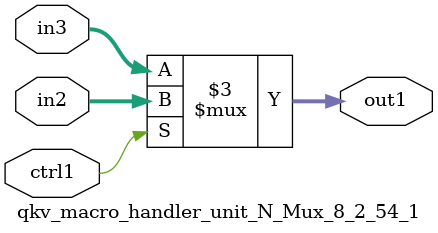
<source format=v>

`timescale 1ps / 1ps


module qkv_macro_handler_unit_N_Mux_8_2_54_1( in3, in2, ctrl1, out1 );

    input [7:0] in3;
    input [7:0] in2;
    input ctrl1;
    output [7:0] out1;
    reg [7:0] out1;

    
    // rtl_process:qkv_macro_handler_unit_N_Mux_8_2_54_1/qkv_macro_handler_unit_N_Mux_8_2_54_1_thread_1
    always @*
      begin : qkv_macro_handler_unit_N_Mux_8_2_54_1_thread_1
        case (ctrl1) 
          1'b1: 
            begin
              out1 = in2;
            end
          default: 
            begin
              out1 = in3;
            end
        endcase
      end

endmodule



</source>
